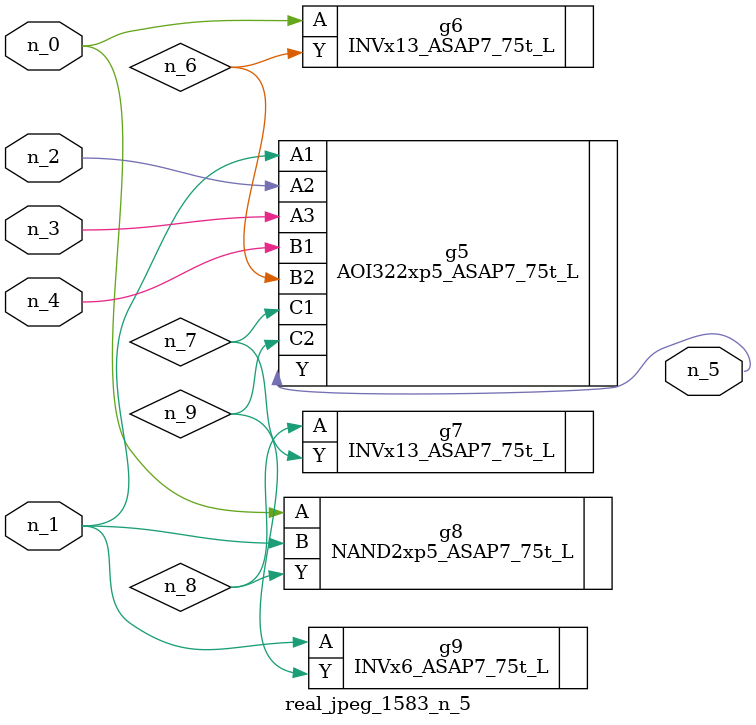
<source format=v>
module real_jpeg_1583_n_5 (n_4, n_0, n_1, n_2, n_3, n_5);

input n_4;
input n_0;
input n_1;
input n_2;
input n_3;

output n_5;

wire n_8;
wire n_6;
wire n_7;
wire n_9;

INVx13_ASAP7_75t_L g6 ( 
.A(n_0),
.Y(n_6)
);

NAND2xp5_ASAP7_75t_L g8 ( 
.A(n_0),
.B(n_1),
.Y(n_8)
);

AOI322xp5_ASAP7_75t_L g5 ( 
.A1(n_1),
.A2(n_2),
.A3(n_3),
.B1(n_4),
.B2(n_6),
.C1(n_7),
.C2(n_9),
.Y(n_5)
);

INVx6_ASAP7_75t_L g9 ( 
.A(n_1),
.Y(n_9)
);

INVx13_ASAP7_75t_L g7 ( 
.A(n_8),
.Y(n_7)
);


endmodule
</source>
